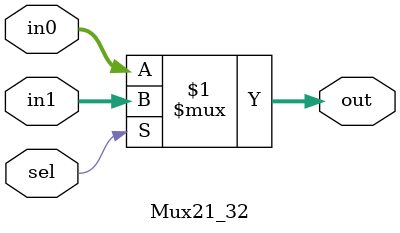
<source format=v>
`timescale 1ns / 1ps

module Mux21_32 (
    input  [31:0] in0,
    input  [31:0] in1,
    input         sel,
    output [31:0] out
);

    assign out = sel ? in1 : in0;

endmodule
</source>
